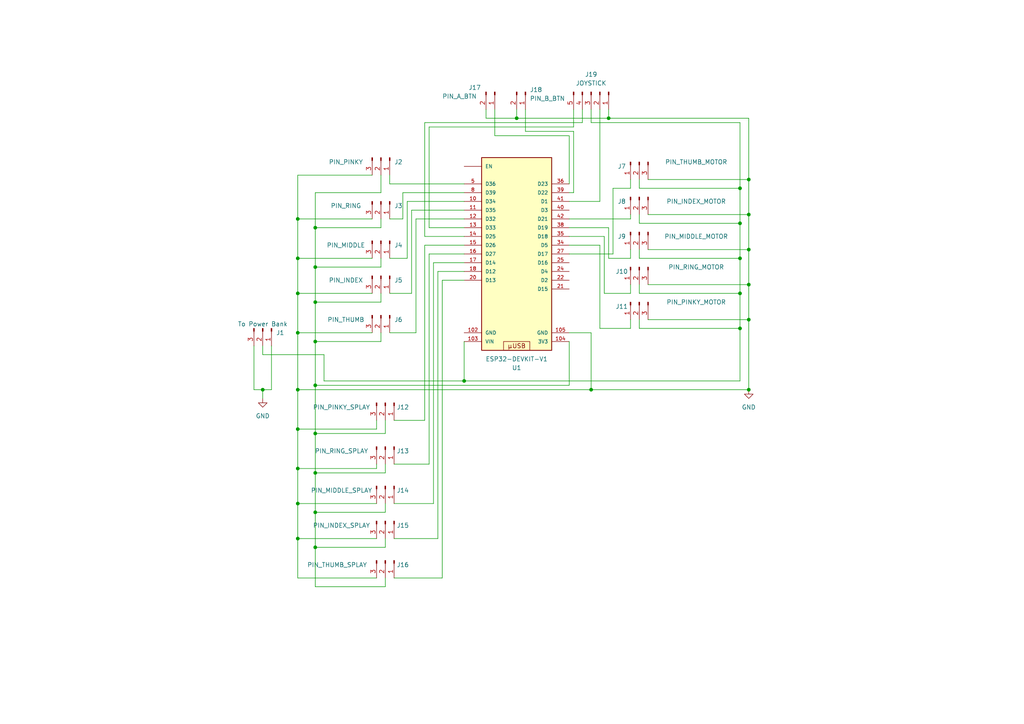
<source format=kicad_sch>
(kicad_sch (version 20211123) (generator eeschema)
  (paper "A4")
  (lib_symbols
    (symbol "Connector:Conn_01x02_Male" (pin_names (offset 1.016) hide)
      (property "Reference" "J" (at 0 2.54 0))
      (property "Value" "Conn_01x02_Male" (at 0 -5.08 0))
      (symbol "Conn_01x02_Male_1_1"
        (polyline (pts (xy 1.27 -2.54) (xy 0.8636 -2.54)) (stroke (width 0.1524)))
        (polyline (pts (xy 1.27 0) (xy 0.8636 0)) (stroke (width 0.1524)))
        (rectangle (start 0.8636 -2.413) (end 0 -2.667) (stroke (width 0.1524)) (fill (type outline)))
        (rectangle (start 0.8636 0.127) (end 0 -0.127) (stroke (width 0.1524)) (fill (type outline)))
        (pin passive line (at 5.08 0 180) (length 3.81) (name "Pin_1") (number "1"))
        (pin passive line (at 5.08 -2.54 180) (length 3.81) (name "Pin_2") (number "2"))
      )
    )
    (symbol "Connector:Conn_01x03_Male" (pin_names (offset 1.016) hide)
      (property "Reference" "J" (at 0 5.08 0))
      (property "Value" "Conn_01x03_Male" (at 0 -5.08 0))
      (symbol "Conn_01x03_Male_1_1"
        (polyline (pts (xy 1.27 -2.54) (xy 0.8636 -2.54)) (stroke (width 0.1524)))
        (polyline (pts (xy 1.27 0) (xy 0.8636 0)) (stroke (width 0.1524)))
        (polyline (pts (xy 1.27 2.54) (xy 0.8636 2.54)) (stroke (width 0.1524)))
        (rectangle (start 0.8636 -2.413) (end 0 -2.667) (stroke (width 0.1524)) (fill (type outline)))
        (rectangle (start 0.8636 0.127) (end 0 -0.127) (stroke (width 0.1524)) (fill (type outline)))
        (rectangle (start 0.8636 2.667) (end 0 2.413) (stroke (width 0.1524)) (fill (type outline)))
        (pin passive line (at 5.08 2.54 180) (length 3.81) (name "Pin_1") (number "1"))
        (pin passive line (at 5.08 0 180) (length 3.81) (name "Pin_2") (number "2"))
        (pin passive line (at 5.08 -2.54 180) (length 3.81) (name "Pin_3") (number "3"))
      )
    )
    (symbol "Connector:Conn_01x05_Male" (pin_names (offset 1.016) hide)
      (property "Reference" "J" (at 0 7.62 0))
      (property "Value" "Conn_01x05_Male" (at 0 -7.62 0))
      (symbol "Conn_01x05_Male_1_1"
        (polyline (pts (xy 1.27 -5.08) (xy 0.8636 -5.08)) (stroke (width 0.1524)))
        (polyline (pts (xy 1.27 -2.54) (xy 0.8636 -2.54)) (stroke (width 0.1524)))
        (polyline (pts (xy 1.27 0) (xy 0.8636 0)) (stroke (width 0.1524)))
        (polyline (pts (xy 1.27 2.54) (xy 0.8636 2.54)) (stroke (width 0.1524)))
        (polyline (pts (xy 1.27 5.08) (xy 0.8636 5.08)) (stroke (width 0.1524)))
        (rectangle (start 0.8636 -4.953) (end 0 -5.207) (stroke (width 0.1524)) (fill (type outline)))
        (rectangle (start 0.8636 -2.413) (end 0 -2.667) (stroke (width 0.1524)) (fill (type outline)))
        (rectangle (start 0.8636 0.127) (end 0 -0.127) (stroke (width 0.1524)) (fill (type outline)))
        (rectangle (start 0.8636 2.667) (end 0 2.413) (stroke (width 0.1524)) (fill (type outline)))
        (rectangle (start 0.8636 5.207) (end 0 4.953) (stroke (width 0.1524)) (fill (type outline)))
        (pin passive line (at 5.08 5.08 180) (length 3.81) (name "Pin_1") (number "1"))
        (pin passive line (at 5.08 2.54 180) (length 3.81) (name "Pin_2") (number "2"))
        (pin passive line (at 5.08 0 180) (length 3.81) (name "Pin_3") (number "3"))
        (pin passive line (at 5.08 -2.54 180) (length 3.81) (name "Pin_4") (number "4"))
        (pin passive line (at 5.08 -5.08 180) (length 3.81) (name "Pin_5") (number "5"))
      )
    )
    (symbol "ESP32-DEVKIT-V1:ESP32-DEVKIT-V1" (pin_names (offset 1.016))
      (property "Reference" "U1" (at 0 -33.02 0))
      (property "Value" "ESP32-DEVKIT-V1" (at 0 -30.48 0))
      (symbol "ESP32-DEVKIT-V1_0_0"
        (rectangle (start 10.16 27.94) (end -10.16 -27.94) (stroke (width 0.254)) (fill (type background)))
        (text "µUSB" (at 0 -26.67 0) (effects (font (size 1.27 1.27))))
        (pin bidirectional line (at -15.24 25.4 0) (length 5.08) (name "EN") (number ""))
        (pin bidirectional line (at -15.24 15.24 0) (length 5.08) (name "D34") (number "10"))
        (pin bidirectional line (at -15.24 -22.86 0) (length 5.08) (name "GND") (number "102"))
        (pin bidirectional line (at -15.24 -25.4 0) (length 5.08) (name "VIN") (number "103"))
        (pin output line (at 15.24 -25.4 180) (length 5.08) (name "3V3") (number "104"))
        (pin bidirectional line (at 15.24 -22.86 180) (length 5.08) (name "GND") (number "105"))
        (pin bidirectional line (at -15.24 12.7 0) (length 5.08) (name "D35") (number "11"))
        (pin bidirectional line (at -15.24 10.16 0) (length 5.08) (name "D32") (number "12"))
        (pin bidirectional line (at -15.24 7.62 0) (length 5.08) (name "D33") (number "13"))
        (pin bidirectional line (at -15.24 5.08 0) (length 5.08) (name "D25") (number "14"))
        (pin bidirectional line (at -15.24 2.54 0) (length 5.08) (name "D26") (number "15"))
        (pin bidirectional line (at -15.24 0 0) (length 5.08) (name "D27") (number "16"))
        (pin bidirectional line (at -15.24 -2.54 0) (length 5.08) (name "D14") (number "17"))
        (pin bidirectional line (at -15.24 -5.08 0) (length 5.08) (name "D12") (number "18"))
        (pin bidirectional line (at -15.24 -7.62 0) (length 5.08) (name "D13") (number "20"))
        (pin bidirectional line (at 15.24 -10.16 180) (length 5.08) (name "D15") (number "21"))
        (pin bidirectional line (at 15.24 -7.62 180) (length 5.08) (name "D2") (number "22"))
        (pin bidirectional line (at 15.24 -5.08 180) (length 5.08) (name "D4") (number "24"))
        (pin bidirectional line (at 15.24 -2.54 180) (length 5.08) (name "D16") (number "25"))
        (pin bidirectional line (at 15.24 0 180) (length 5.08) (name "D17") (number "27"))
        (pin bidirectional line (at 15.24 2.54 180) (length 5.08) (name "D5") (number "34"))
        (pin bidirectional line (at 15.24 5.08 180) (length 5.08) (name "D18") (number "35"))
        (pin bidirectional line (at 15.24 20.32 180) (length 5.08) (name "D23") (number "36"))
        (pin bidirectional line (at 15.24 7.62 180) (length 5.08) (name "D19") (number "38"))
        (pin bidirectional line (at 15.24 17.78 180) (length 5.08) (name "D22") (number "39"))
        (pin bidirectional line (at 15.24 12.7 180) (length 5.08) (name "D3") (number "40"))
        (pin bidirectional line (at 15.24 15.24 180) (length 5.08) (name "D1") (number "41"))
        (pin bidirectional line (at 15.24 10.16 180) (length 5.08) (name "D21") (number "42"))
        (pin bidirectional line (at -15.24 20.32 0) (length 5.08) (name "D36") (number "5"))
        (pin bidirectional line (at -15.24 17.78 0) (length 5.08) (name "D39") (number "8"))
      )
      (symbol "ESP32-DEVKIT-V1_0_1"
        (rectangle (start -3.81 -25.4) (end 3.81 -27.94))
      )
    )
    (symbol "power:GND" (power) (pin_names (offset 0))
      (property "Value" "GND" (at 0 -3.81 0))
      (symbol "GND_0_1"
        (polyline (pts (xy 0 0) (xy 0 -1.27) (xy 1.27 -1.27) (xy 0 -2.54) (xy -1.27 -1.27) (xy 0 -1.27)))
      )
      (symbol "GND_1_1"
        (pin power_in line (at 0 0 270) (length 0) hide (name "GND") (number "1"))
      )
    )
  )
  (junction (at 217.17 113.03))
  (junction (at 217.17 92.71))
  (junction (at 134.62 110.49))
  (junction (at 214.63 64.77))
  (junction (at 86.36 113.03))
  (junction (at 217.17 72.39))
  (junction (at 86.36 63.5))
  (junction (at 91.44 137.16))
  (junction (at 214.63 85.09))
  (junction (at 91.44 87.63))
  (junction (at 86.36 156.21))
  (junction (at 91.44 148.59))
  (junction (at 217.17 52.07))
  (junction (at 91.44 125.73))
  (junction (at 76.2 113.03))
  (junction (at 214.63 95.25))
  (junction (at 86.36 74.93))
  (junction (at 217.17 62.23))
  (junction (at 217.17 82.55))
  (junction (at 91.44 77.47))
  (junction (at 86.36 146.05))
  (junction (at 91.44 158.75))
  (junction (at 214.63 74.93))
  (junction (at 86.36 135.89))
  (junction (at 149.86 34.29))
  (junction (at 91.44 66.04))
  (junction (at 171.45 113.03))
  (junction (at 86.36 124.46))
  (junction (at 86.36 96.52))
  (junction (at 91.44 99.06))
  (junction (at 91.44 111.76))
  (junction (at 176.53 34.29))
  (junction (at 214.63 54.61))
  (junction (at 86.36 85.09))
  (wire (pts (xy 187.96 52.07) (xy 217.17 52.07)))
  (wire (pts (xy 120.65 63.5) (xy 120.65 96.52)))
  (wire (pts (xy 127 78.74) (xy 134.62 78.74)))
  (wire (pts (xy 119.38 60.96) (xy 119.38 85.09)))
  (wire (pts (xy 182.88 74.93) (xy 182.88 72.39)))
  (wire (pts (xy 76.2 100.33) (xy 76.2 102.87)))
  (wire (pts (xy 110.49 99.06) (xy 91.44 99.06)))
  (wire (pts (xy 217.17 113.03) (xy 171.45 113.03)))
  (wire (pts (xy 124.46 36.83) (xy 124.46 66.04)))
  (wire (pts (xy 140.97 34.29) (xy 140.97 31.75)))
  (wire (pts (xy 214.63 64.77) (xy 214.63 54.61)))
  (wire (pts (xy 86.36 63.5) (xy 86.36 74.93)))
  (wire (pts (xy 182.88 54.61) (xy 177.8 54.61)))
  (wire (pts (xy 124.46 134.62) (xy 114.3 134.62)))
  (wire (pts (xy 109.22 121.92) (xy 109.22 124.46)))
  (wire (pts (xy 173.99 71.12) (xy 165.1 71.12)))
  (wire (pts (xy 134.62 99.06) (xy 134.62 110.49)))
  (wire (pts (xy 185.42 62.23) (xy 185.42 64.77)))
  (wire (pts (xy 182.88 85.09) (xy 175.26 85.09)))
  (wire (pts (xy 93.98 110.49) (xy 134.62 110.49)))
  (wire (pts (xy 214.63 85.09) (xy 214.63 74.93)))
  (wire (pts (xy 166.37 55.88) (xy 166.37 38.1)))
  (wire (pts (xy 165.1 63.5) (xy 182.88 63.5)))
  (wire (pts (xy 165.1 66.04) (xy 176.53 66.04)))
  (wire (pts (xy 182.88 74.93) (xy 176.53 74.93)))
  (wire (pts (xy 109.22 156.21) (xy 86.36 156.21)))
  (wire (pts (xy 128.27 167.64) (xy 114.3 167.64)))
  (wire (pts (xy 123.19 121.92) (xy 114.3 121.92)))
  (wire (pts (xy 123.19 71.12) (xy 134.62 71.12)))
  (wire (pts (xy 176.53 74.93) (xy 176.53 66.04)))
  (wire (pts (xy 185.42 82.55) (xy 185.42 85.09)))
  (wire (pts (xy 127 156.21) (xy 114.3 156.21)))
  (wire (pts (xy 93.98 102.87) (xy 93.98 110.49)))
  (wire (pts (xy 86.36 85.09) (xy 107.95 85.09)))
  (wire (pts (xy 185.42 92.71) (xy 185.42 95.25)))
  (wire (pts (xy 182.88 85.09) (xy 182.88 82.55)))
  (wire (pts (xy 134.62 63.5) (xy 120.65 63.5)))
  (wire (pts (xy 111.76 121.92) (xy 111.76 125.73)))
  (wire (pts (xy 109.22 134.62) (xy 109.22 135.89)))
  (wire (pts (xy 165.1 39.37) (xy 165.1 53.34)))
  (wire (pts (xy 116.84 63.5) (xy 113.03 63.5)))
  (wire (pts (xy 120.65 96.52) (xy 113.03 96.52)))
  (wire (pts (xy 175.26 85.09) (xy 175.26 68.58)))
  (wire (pts (xy 109.22 124.46) (xy 86.36 124.46)))
  (wire (pts (xy 134.62 68.58) (xy 123.19 68.58)))
  (wire (pts (xy 217.17 62.23) (xy 217.17 72.39)))
  (wire (pts (xy 187.96 82.55) (xy 217.17 82.55)))
  (wire (pts (xy 176.53 34.29) (xy 217.17 34.29)))
  (wire (pts (xy 214.63 35.56) (xy 214.63 54.61)))
  (wire (pts (xy 91.44 99.06) (xy 91.44 111.76)))
  (wire (pts (xy 111.76 125.73) (xy 91.44 125.73)))
  (wire (pts (xy 125.73 146.05) (xy 114.3 146.05)))
  (wire (pts (xy 152.4 38.1) (xy 166.37 38.1)))
  (wire (pts (xy 185.42 85.09) (xy 214.63 85.09)))
  (wire (pts (xy 91.44 137.16) (xy 91.44 125.73)))
  (wire (pts (xy 91.44 77.47) (xy 91.44 87.63)))
  (wire (pts (xy 149.86 34.29) (xy 176.53 34.29)))
  (wire (pts (xy 113.03 53.34) (xy 113.03 50.8)))
  (wire (pts (xy 86.36 74.93) (xy 107.95 74.93)))
  (wire (pts (xy 127 78.74) (xy 127 156.21)))
  (wire (pts (xy 111.76 158.75) (xy 91.44 158.75)))
  (wire (pts (xy 111.76 137.16) (xy 91.44 137.16)))
  (wire (pts (xy 86.36 146.05) (xy 86.36 135.89)))
  (wire (pts (xy 134.62 55.88) (xy 116.84 55.88)))
  (wire (pts (xy 214.63 95.25) (xy 214.63 85.09)))
  (wire (pts (xy 175.26 68.58) (xy 165.1 68.58)))
  (wire (pts (xy 123.19 68.58) (xy 123.19 35.56)))
  (wire (pts (xy 111.76 134.62) (xy 111.76 137.16)))
  (wire (pts (xy 217.17 34.29) (xy 217.17 52.07)))
  (wire (pts (xy 182.88 95.25) (xy 182.88 92.71)))
  (wire (pts (xy 182.88 63.5) (xy 182.88 62.23)))
  (wire (pts (xy 86.36 167.64) (xy 86.36 156.21)))
  (wire (pts (xy 214.63 74.93) (xy 214.63 64.77)))
  (wire (pts (xy 86.36 96.52) (xy 107.95 96.52)))
  (wire (pts (xy 187.96 92.71) (xy 217.17 92.71)))
  (wire (pts (xy 109.22 167.64) (xy 86.36 167.64)))
  (wire (pts (xy 91.44 111.76) (xy 165.1 111.76)))
  (wire (pts (xy 76.2 102.87) (xy 93.98 102.87)))
  (wire (pts (xy 152.4 31.75) (xy 152.4 38.1)))
  (wire (pts (xy 134.62 60.96) (xy 119.38 60.96)))
  (wire (pts (xy 111.76 156.21) (xy 111.76 158.75)))
  (wire (pts (xy 214.63 110.49) (xy 214.63 95.25)))
  (wire (pts (xy 107.95 50.8) (xy 86.36 50.8)))
  (wire (pts (xy 217.17 92.71) (xy 217.17 113.03)))
  (wire (pts (xy 110.49 55.88) (xy 91.44 55.88)))
  (wire (pts (xy 91.44 148.59) (xy 91.44 137.16)))
  (wire (pts (xy 86.36 74.93) (xy 86.36 85.09)))
  (wire (pts (xy 91.44 87.63) (xy 91.44 99.06)))
  (wire (pts (xy 128.27 81.28) (xy 134.62 81.28)))
  (wire (pts (xy 86.36 63.5) (xy 107.95 63.5)))
  (wire (pts (xy 177.8 54.61) (xy 177.8 73.66)))
  (wire (pts (xy 143.51 39.37) (xy 165.1 39.37)))
  (wire (pts (xy 171.45 31.75) (xy 171.45 35.56)))
  (wire (pts (xy 173.99 95.25) (xy 173.99 71.12)))
  (wire (pts (xy 78.74 100.33) (xy 78.74 113.03)))
  (wire (pts (xy 125.73 76.2) (xy 134.62 76.2)))
  (wire (pts (xy 76.2 115.57) (xy 76.2 113.03)))
  (wire (pts (xy 86.36 85.09) (xy 86.36 96.52)))
  (wire (pts (xy 91.44 111.76) (xy 91.44 125.73)))
  (wire (pts (xy 176.53 31.75) (xy 176.53 34.29)))
  (wire (pts (xy 124.46 73.66) (xy 124.46 134.62)))
  (wire (pts (xy 177.8 73.66) (xy 165.1 73.66)))
  (wire (pts (xy 86.36 135.89) (xy 86.36 124.46)))
  (wire (pts (xy 73.66 113.03) (xy 73.66 100.33)))
  (wire (pts (xy 123.19 71.12) (xy 123.19 121.92)))
  (wire (pts (xy 217.17 82.55) (xy 217.17 92.71)))
  (wire (pts (xy 125.73 76.2) (xy 125.73 146.05)))
  (wire (pts (xy 111.76 146.05) (xy 111.76 148.59)))
  (wire (pts (xy 134.62 58.42) (xy 118.11 58.42)))
  (wire (pts (xy 173.99 31.75) (xy 173.99 58.42)))
  (wire (pts (xy 110.49 50.8) (xy 110.49 55.88)))
  (wire (pts (xy 149.86 31.75) (xy 149.86 34.29)))
  (wire (pts (xy 110.49 63.5) (xy 110.49 66.04)))
  (wire (pts (xy 166.37 31.75) (xy 166.37 36.83)))
  (wire (pts (xy 168.91 35.56) (xy 168.91 31.75)))
  (wire (pts (xy 171.45 96.52) (xy 171.45 113.03)))
  (wire (pts (xy 182.88 95.25) (xy 173.99 95.25)))
  (wire (pts (xy 166.37 36.83) (xy 124.46 36.83)))
  (wire (pts (xy 86.36 50.8) (xy 86.36 63.5)))
  (wire (pts (xy 165.1 55.88) (xy 166.37 55.88)))
  (wire (pts (xy 118.11 74.93) (xy 113.03 74.93)))
  (wire (pts (xy 110.49 66.04) (xy 91.44 66.04)))
  (wire (pts (xy 91.44 170.18) (xy 91.44 158.75)))
  (wire (pts (xy 91.44 158.75) (xy 91.44 148.59)))
  (wire (pts (xy 187.96 72.39) (xy 217.17 72.39)))
  (wire (pts (xy 116.84 55.88) (xy 116.84 63.5)))
  (wire (pts (xy 110.49 74.93) (xy 110.49 77.47)))
  (wire (pts (xy 118.11 58.42) (xy 118.11 74.93)))
  (wire (pts (xy 217.17 52.07) (xy 217.17 62.23)))
  (wire (pts (xy 185.42 95.25) (xy 214.63 95.25)))
  (wire (pts (xy 86.36 96.52) (xy 86.36 113.03)))
  (wire (pts (xy 86.36 156.21) (xy 86.36 146.05)))
  (wire (pts (xy 110.49 77.47) (xy 91.44 77.47)))
  (wire (pts (xy 165.1 111.76) (xy 165.1 99.06)))
  (wire (pts (xy 86.36 113.03) (xy 86.36 124.46)))
  (wire (pts (xy 111.76 148.59) (xy 91.44 148.59)))
  (wire (pts (xy 165.1 58.42) (xy 173.99 58.42)))
  (wire (pts (xy 185.42 54.61) (xy 185.42 52.07)))
  (wire (pts (xy 110.49 87.63) (xy 91.44 87.63)))
  (wire (pts (xy 76.2 113.03) (xy 73.66 113.03)))
  (wire (pts (xy 171.45 96.52) (xy 165.1 96.52)))
  (wire (pts (xy 185.42 74.93) (xy 214.63 74.93)))
  (wire (pts (xy 124.46 73.66) (xy 134.62 73.66)))
  (wire (pts (xy 110.49 85.09) (xy 110.49 87.63)))
  (wire (pts (xy 109.22 135.89) (xy 86.36 135.89)))
  (wire (pts (xy 185.42 72.39) (xy 185.42 74.93)))
  (wire (pts (xy 86.36 113.03) (xy 171.45 113.03)))
  (wire (pts (xy 111.76 167.64) (xy 111.76 170.18)))
  (wire (pts (xy 110.49 96.52) (xy 110.49 99.06)))
  (wire (pts (xy 214.63 54.61) (xy 185.42 54.61)))
  (wire (pts (xy 78.74 113.03) (xy 76.2 113.03)))
  (wire (pts (xy 111.76 170.18) (xy 91.44 170.18)))
  (wire (pts (xy 140.97 34.29) (xy 149.86 34.29)))
  (wire (pts (xy 119.38 85.09) (xy 113.03 85.09)))
  (wire (pts (xy 182.88 54.61) (xy 182.88 52.07)))
  (wire (pts (xy 91.44 55.88) (xy 91.44 66.04)))
  (wire (pts (xy 185.42 64.77) (xy 214.63 64.77)))
  (wire (pts (xy 143.51 31.75) (xy 143.51 39.37)))
  (wire (pts (xy 134.62 110.49) (xy 214.63 110.49)))
  (wire (pts (xy 109.22 146.05) (xy 86.36 146.05)))
  (wire (pts (xy 134.62 53.34) (xy 113.03 53.34)))
  (wire (pts (xy 123.19 35.56) (xy 168.91 35.56)))
  (wire (pts (xy 124.46 66.04) (xy 134.62 66.04)))
  (wire (pts (xy 91.44 66.04) (xy 91.44 77.47)))
  (wire (pts (xy 217.17 72.39) (xy 217.17 82.55)))
  (wire (pts (xy 128.27 81.28) (xy 128.27 167.64)))
  (wire (pts (xy 171.45 35.56) (xy 214.63 35.56)))
  (wire (pts (xy 187.96 62.23) (xy 217.17 62.23)))
  (symbol (lib_id "Connector:Conn_01x03_Male") (at 111.76 151.13 270) (unit 1)
    (property "Reference" "J15" (at 116.84 152.4 90))
    (property "Value" "PIN_INDEX_SPLAY" (at 99.06 152.4 90))
    (property "Footprint" "Connector_PinHeader_2.54mm:PinHeader_1x03_P2.54mm_Vertical" (effects hide))
  )
  (symbol (lib_id "Connector:Conn_01x03_Male") (at 110.49 58.42 270) (unit 1)
    (property "Reference" "J3" (at 115.57 59.69 90))
    (property "Value" "PIN_RING" (at 100.33 59.69 90))
    (property "Footprint" "Connector_PinHeader_2.54mm:PinHeader_1x03_P2.54mm_Vertical" (effects hide))
  )
  (symbol (lib_id "Connector:Conn_01x03_Male") (at 110.49 45.72 270) (unit 1)
    (property "Reference" "J2" (at 115.57 46.99 90))
    (property "Value" "PIN_PINKY" (at 100.33 46.99 90))
    (property "Footprint" "Connector_PinHeader_2.54mm:PinHeader_1x03_P2.54mm_Vertical" (effects hide))
  )
  (symbol (lib_id "Connector:Conn_01x03_Male") (at 110.49 69.85 270) (unit 1)
    (property "Reference" "J4" (at 115.57 71.12 90))
    (property "Value" "PIN_MIDDLE" (at 100.33 71.12 90))
    (property "Footprint" "Connector_PinHeader_2.54mm:PinHeader_1x03_P2.54mm_Vertical" (effects hide))
  )
  (symbol (lib_id "Connector:Conn_01x03_Male") (at 185.42 87.63 90) (mirror x) (unit 1)
    (property "Reference" "J11" (at 180.34 88.9 90))
    (property "Value" "PIN_PINKY_MOTOR" (at 201.93 87.63 90))
    (property "Footprint" "Connector_PinHeader_2.54mm:PinHeader_1x03_P2.54mm_Vertical" (effects hide))
  )
  (symbol (lib_id "ESP32-DEVKIT-V1:ESP32-DEVKIT-V1") (at 149.86 73.66 0) (unit 1)
    (property "Reference" "U1" (at 149.86 106.68 0))
    (property "Value" "ESP32-DEVKIT-V1" (at 149.86 104.14 0))
    (property "Footprint" "ESP32-DEVKIT-V1:MODULE_ESP32_DEVKIT_V1" (effects hide))
    (property "PARTREV" "N/A" (effects hide))
    (property "MAXIMUM_PACKAGE_HEIGHT" "6.8 mm" (effects hide))
    (property "STANDARD" "Manufacturer Recommendations" (effects hide))
    (property "MANUFACTURER" "DOIT" (effects hide))
  )
  (symbol (lib_id "Connector:Conn_01x03_Male") (at 110.49 80.01 270) (unit 1)
    (property "Reference" "J5" (at 115.57 81.28 90))
    (property "Value" "PIN_INDEX" (at 100.33 81.28 90))
    (property "Footprint" "Connector_PinHeader_2.54mm:PinHeader_1x03_P2.54mm_Vertical" (effects hide))
  )
  (symbol (lib_id "Connector:Conn_01x03_Male") (at 185.42 77.47 90) (mirror x) (unit 1)
    (property "Reference" "J10" (at 180.34 78.74 90))
    (property "Value" "PIN_RING_MOTOR" (at 201.93 77.47 90))
    (property "Footprint" "Connector_PinHeader_2.54mm:PinHeader_1x03_P2.54mm_Vertical" (effects hide))
  )
  (symbol (lib_id "Connector:Conn_01x03_Male") (at 110.49 91.44 270) (unit 1)
    (property "Reference" "J6" (at 115.57 92.71 90))
    (property "Value" "PIN_THUMB" (at 100.33 92.71 90))
    (property "Footprint" "Connector_PinHeader_2.54mm:PinHeader_1x03_P2.54mm_Vertical" (effects hide))
  )
  (symbol (lib_id "Connector:Conn_01x03_Male") (at 111.76 162.56 270) (unit 1)
    (property "Reference" "J16" (at 116.84 163.83 90))
    (property "Value" "PIN_THUMB_SPLAY" (at 97.79 163.83 90))
    (property "Footprint" "Connector_PinHeader_2.54mm:PinHeader_1x03_P2.54mm_Vertical" (effects hide))
  )
  (symbol (lib_id "Connector:Conn_01x03_Male") (at 185.42 67.31 90) (mirror x) (unit 1)
    (property "Reference" "J9" (at 180.34 68.58 90))
    (property "Value" "PIN_MIDDLE_MOTOR" (at 201.93 68.58 90))
    (property "Footprint" "Connector_PinHeader_2.54mm:PinHeader_1x03_P2.54mm_Vertical" (effects hide))
  )
  (symbol (lib_id "Connector:Conn_01x03_Male") (at 185.42 46.99 90) (mirror x) (unit 1)
    (property "Reference" "J7" (at 180.34 48.26 90))
    (property "Value" "PIN_THUMB_MOTOR" (at 201.93 46.99 90))
    (property "Footprint" "Connector_PinHeader_2.54mm:PinHeader_1x03_P2.54mm_Vertical" (effects hide))
  )
  (symbol (lib_id "Connector:Conn_01x03_Male") (at 111.76 116.84 270) (unit 1)
    (property "Reference" "J12" (at 116.84 118.11 90))
    (property "Value" "PIN_PINKY_SPLAY" (at 99.06 118.11 90))
    (property "Footprint" "Connector_PinHeader_2.54mm:PinHeader_1x03_P2.54mm_Vertical" (effects hide))
  )
  (symbol (lib_id "Connector:Conn_01x03_Male") (at 111.76 129.54 270) (unit 1)
    (property "Reference" "J13" (at 116.84 130.81 90))
    (property "Value" "PIN_RING_SPLAY" (at 99.06 130.81 90))
    (property "Footprint" "Connector_PinHeader_2.54mm:PinHeader_1x03_P2.54mm_Vertical" (effects hide))
  )
  (symbol (lib_id "Connector:Conn_01x03_Male") (at 185.42 57.15 90) (mirror x) (unit 1)
    (property "Reference" "J8" (at 180.34 58.42 90))
    (property "Value" "PIN_INDEX_MOTOR" (at 201.93 58.42 90))
    (property "Footprint" "Connector_PinHeader_2.54mm:PinHeader_1x03_P2.54mm_Vertical" (effects hide))
  )
  (symbol (lib_id "Connector:Conn_01x02_Male") (at 152.4 26.67 270) (unit 1)
    (property "Reference" "J18" (at 153.67 26.0349 90) (effects (justify left)))
    (property "Value" "PIN_B_BTN" (at 153.67 28.5749 90) (effects (justify left)))
    (property "Footprint" "Connector_PinHeader_2.54mm:PinHeader_1x02_P2.54mm_Vertical" (effects hide))
  )
  (symbol (lib_id "Connector:Conn_01x02_Male") (at 143.51 26.67 270) (unit 1)
    (property "Reference" "J17" (at 135.89 25.4 90) (effects (justify left)))
    (property "Value" "PIN_A_BTN" (at 128.27 27.94 90) (effects (justify left)))
    (property "Footprint" "Connector_PinHeader_2.54mm:PinHeader_1x02_P2.54mm_Vertical" (effects hide))
  )
  (symbol (lib_id "Connector:Conn_01x03_Male") (at 76.2 95.25 270) (unit 1)
    (property "Reference" "J1" (at 81.28 96.52 90))
    (property "Value" "To Power Bank" (at 76.2 93.98 90))
    (property "Footprint" "Connector_PinHeader_2.54mm:PinHeader_1x03_P2.54mm_Vertical" (effects hide))
  )
  (symbol (lib_id "Connector:Conn_01x05_Male") (at 171.45 26.67 270) (unit 1)
    (property "Reference" "J19" (at 171.45 21.59 90))
    (property "Value" "JOYSTICK" (at 171.45 24.13 90))
    (property "Footprint" "Connector_PinHeader_2.54mm:PinHeader_1x05_P2.54mm_Vertical" (effects hide))
  )
  (symbol (lib_id "power:GND") (at 76.2 115.57 0) (unit 1)
    (property "Reference" "#PWR0101" (effects hide))
    (property "Value" "GND" (at 76.2 120.65 0))
  )
  (symbol (lib_id "power:GND") (at 217.17 113.03 0) (unit 1)
    (property "Reference" "#PWR0102" (effects hide))
    (property "Value" "GND" (at 217.17 118.11 0))
  )
  (symbol (lib_id "Connector:Conn_01x03_Male") (at 111.76 140.97 270) (unit 1)
    (property "Reference" "J14" (at 116.84 142.24 90))
    (property "Value" "PIN_MIDDLE_SPLAY" (at 99.06 142.24 90))
    (property "Footprint" "Connector_PinHeader_2.54mm:PinHeader_1x03_P2.54mm_Vertical" (effects hide))
  )
)
</source>
